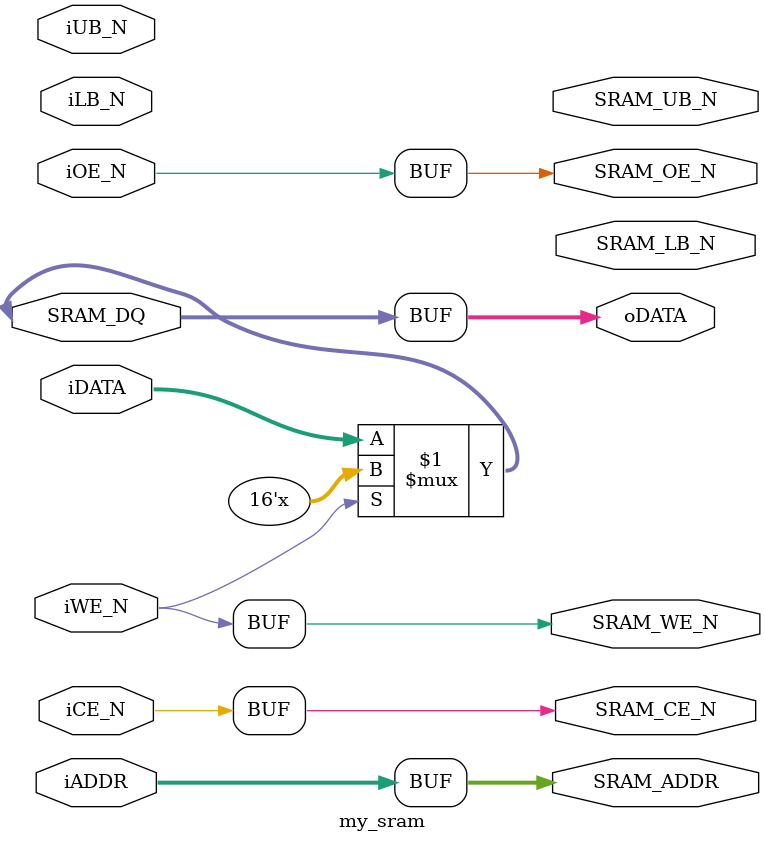
<source format=v>
module my_sram(
                //	Host Data
						oDATA,iDATA,iADDR,
						iWE_N,iOE_N,
						iCE_N,
						iUB_N,iLB_N,
//	SRAM
						SRAM_DQ,
						SRAM_ADDR,
						SRAM_UB_N,
						SRAM_LB_N,
						SRAM_WE_N,
						SRAM_CE_N,
						SRAM_OE_N,
						
);

//	Host Side
input	[15:0]	iDATA;
output	[15:0]	oDATA;
input	[17:0]	iADDR;
input			iWE_N,iOE_N;
input			iCE_N;
input			iUB_N,iLB_N;
//	SRAM Side
inout	[15:0]	SRAM_DQ;
output	[17:0]	SRAM_ADDR;
output			SRAM_UB_N,
				SRAM_LB_N,
				SRAM_WE_N,
				SRAM_CE_N,
				SRAM_OE_N;

assign	SRAM_DQ 	=	SRAM_WE_N ? 16'hzzzz : iDATA;
assign	oDATA		=	SRAM_DQ;
assign	SRAM_ADDR	=	iADDR;
assign	SRAM_WE_N	=	iWE_N;
assign	SRAM_OE_N	=	iOE_N;
assign	SRAM_CE_N	=	iCE_N;
assign	SRAM_UB_N	=	SRAM_UB_N;
assign	SRAM_LB_N	=	SRAM_LB_N;

endmodule
</source>
